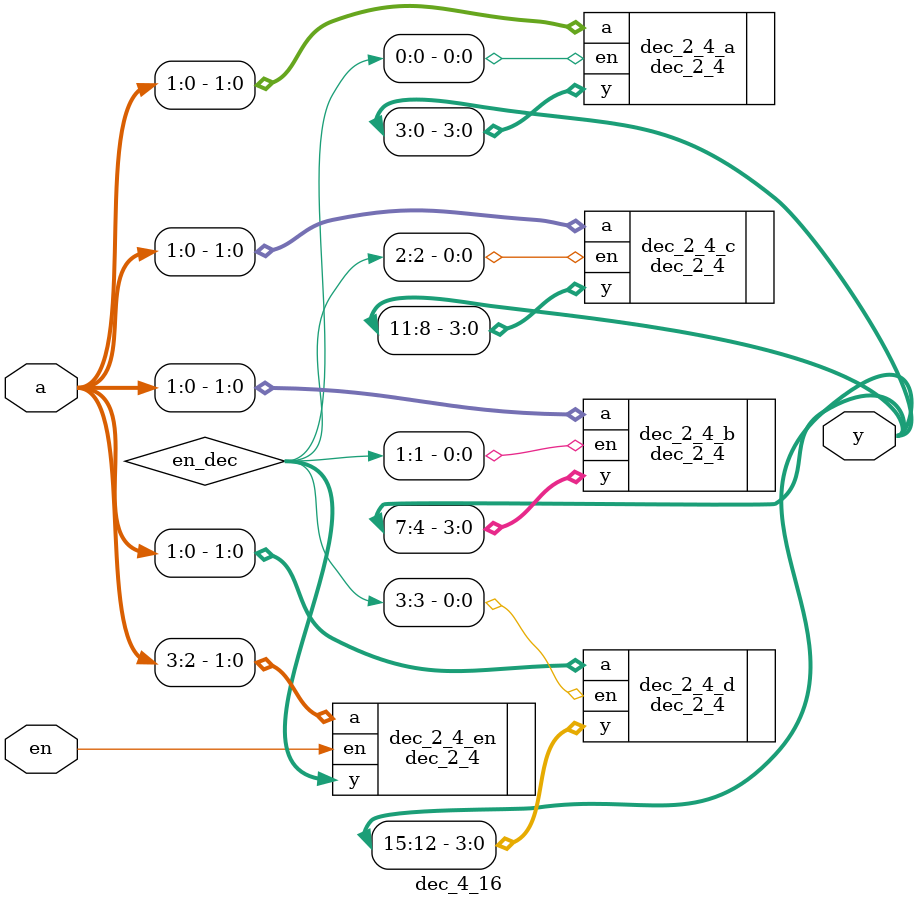
<source format=sv>
module dec_4_16
(
   input  logic [3:0] a,
   input  logic       en,
   
   output logic [15:0] y
);

   logic [3:0] en_dec;
   
   dec_2_4 dec_2_4_a
   (
      .a          (a[1:0]),
	  .en         (en_dec[0]),
	  .y          (y[3:0])
   );
   
   dec_2_4 dec_2_4_b
   (
      .a          (a[1:0]),
	  .en         (en_dec[1]),
	  .y          (y[7:4])
   );
   
   dec_2_4 dec_2_4_c
   (
      .a          (a[1:0]),
      .en         (en_dec[2]),
      .y          (y[11:8])
   );
   
   dec_2_4 dec_2_4_d
   (
      .a          (a[1:0]),
      .en         (en_dec[3]),
      .y          (y[15:12])
   );
   
   dec_2_4 dec_2_4_en
   (
      .a          (a[3:2]),
      .en         (en),
      .y          (en_dec)
   );
endmodule
</source>
